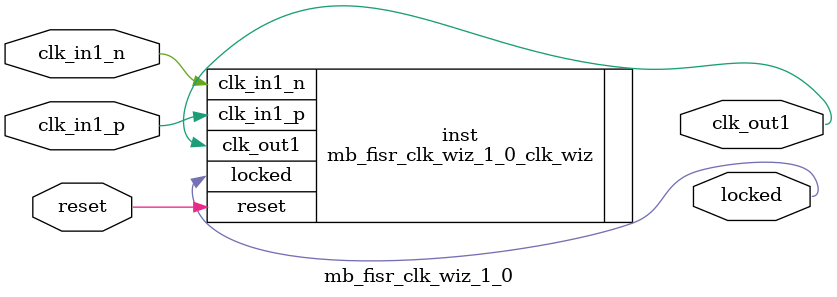
<source format=v>


`timescale 1ps/1ps

(* CORE_GENERATION_INFO = "mb_fisr_clk_wiz_1_0,clk_wiz_v6_0_2_0_0,{component_name=mb_fisr_clk_wiz_1_0,use_phase_alignment=true,use_min_o_jitter=false,use_max_i_jitter=false,use_dyn_phase_shift=false,use_inclk_switchover=false,use_dyn_reconfig=false,enable_axi=0,feedback_source=FDBK_AUTO,PRIMITIVE=MMCM,num_out_clk=1,clkin1_period=10.000,clkin2_period=10.000,use_power_down=false,use_reset=true,use_locked=true,use_inclk_stopped=false,feedback_type=SINGLE,CLOCK_MGR_TYPE=NA,manual_override=false}" *)

module mb_fisr_clk_wiz_1_0 
 (
  // Clock out ports
  output        clk_out1,
  // Status and control signals
  input         reset,
  output        locked,
 // Clock in ports
  input         clk_in1_p,
  input         clk_in1_n
 );

  mb_fisr_clk_wiz_1_0_clk_wiz inst
  (
  // Clock out ports  
  .clk_out1(clk_out1),
  // Status and control signals               
  .reset(reset), 
  .locked(locked),
 // Clock in ports
  .clk_in1_p(clk_in1_p),
  .clk_in1_n(clk_in1_n)
  );

endmodule

</source>
